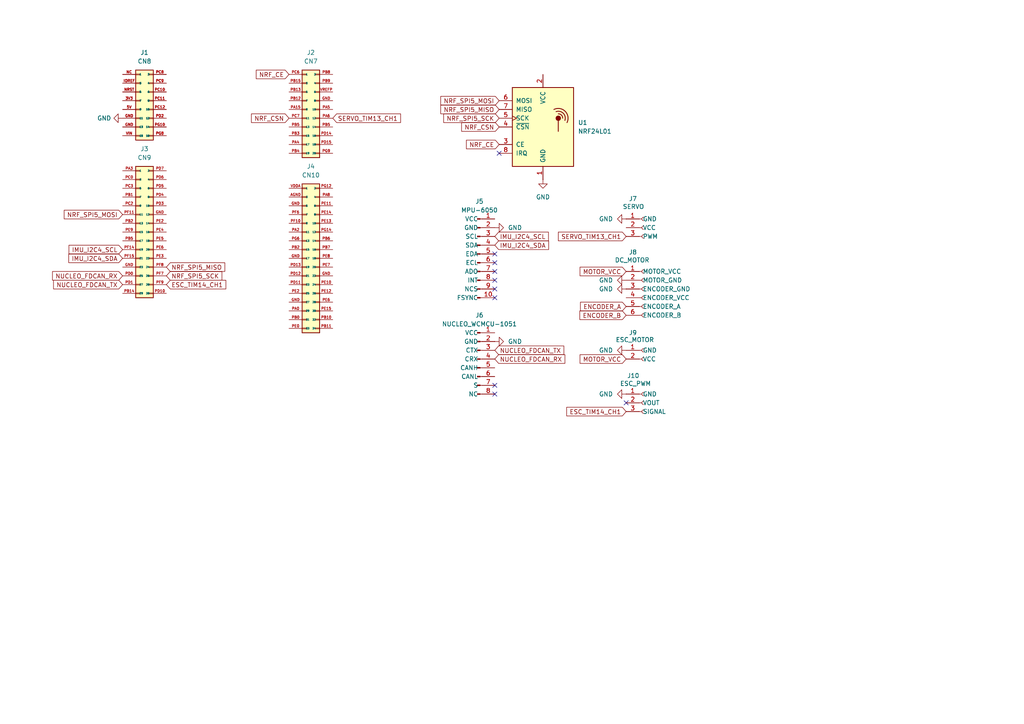
<source format=kicad_sch>
(kicad_sch (version 20231120) (generator "eeschema") (generator_version "8.0")
  (paper "A4")
  (lib_symbols
    (symbol "Conn_01x03_Socket_1" (pin_names (offset 1.016))
      (property "Reference" "J10" (at -4.826 7.874 0))
      (property "Value" "ESC_PWM" (at -6.858 5.588 0))
      (symbol "Conn_01x03_Socket_1_1_1"
        (arc (start 0 -2.032) (mid -0.5058 -2.54) (end 0 -3.048) (stroke (width 0.1524)))
        (polyline (pts (xy -1.27 -2.54) (xy -0.508 -2.54)) (stroke (width 0.1524)))
        (polyline (pts (xy -1.27 0) (xy -0.508 0)) (stroke (width 0.1524)))
        (polyline (pts (xy -1.27 2.54) (xy -0.508 2.54)) (stroke (width 0.1524)))
        (arc (start 0 0.508) (mid -0.5058 0) (end 0 -0.508) (stroke (width 0.1524)))
        (arc (start 0 3.048) (mid -0.5058 2.54) (end 0 2.032) (stroke (width 0.1524)))
        (pin passive line (at -5.08 2.54 0) (length 3.81) (name "GND") (number "1"))
        (pin passive line (at -5.08 0 0) (length 3.81) (name "VOUT") (number "2"))
        (pin passive line (at -5.08 -2.54 0) (length 3.81) (name "SIGNAL") (number "3"))
      )
    )
    (symbol "Connector:Conn_01x02_Socket" (pin_names (offset 1.016))
      (property "Reference" "J9" (at -4.318 5.08 0))
      (property "Value" "ESC_MOTOR" (at -8.128 3.048 0))
      (symbol "Conn_01x02_Socket_1_1"
        (arc (start 0 -2.032) (mid -0.5058 -2.54) (end 0 -3.048) (stroke (width 0.1524)))
        (polyline (pts (xy -1.27 -2.54) (xy -0.508 -2.54)) (stroke (width 0.1524)))
        (polyline (pts (xy -1.27 0) (xy -0.508 0)) (stroke (width 0.1524)))
        (arc (start 0 0.508) (mid -0.5058 0) (end 0 -0.508) (stroke (width 0.1524)))
        (pin passive line (at -5.08 0 0) (length 3.81) (name "GND") (number "1"))
        (pin passive line (at -5.08 -2.54 0) (length 3.81) (name "VCC") (number "2"))
      )
    )
    (symbol "Connector:Conn_01x03_Socket" (pin_names (offset 1.016))
      (property "Reference" "J7" (at -4.318 8.382 0))
      (property "Value" "SERVO" (at -6.096 6.096 0))
      (symbol "Conn_01x03_Socket_1_1"
        (arc (start 0 -2.032) (mid -0.5058 -2.54) (end 0 -3.048) (stroke (width 0.1524)))
        (polyline (pts (xy -1.27 -2.54) (xy -0.508 -2.54)) (stroke (width 0.1524)))
        (polyline (pts (xy -1.27 0) (xy -0.508 0)) (stroke (width 0.1524)))
        (polyline (pts (xy -1.27 2.54) (xy -0.508 2.54)) (stroke (width 0.1524)))
        (arc (start 0 0.508) (mid -0.5058 0) (end 0 -0.508) (stroke (width 0.1524)))
        (arc (start 0 3.048) (mid -0.5058 2.54) (end 0 2.032) (stroke (width 0.1524)))
        (pin passive line (at -5.08 2.54 0) (length 3.81) (name "GND") (number "1"))
        (pin passive line (at -5.08 0 0) (length 3.81) (name "VCC") (number "2"))
        (pin passive line (at -5.08 -2.54 0) (length 3.81) (name "PWM") (number "3"))
      )
    )
    (symbol "Connector:Conn_01x06_Socket" (pin_names (offset 1.016))
      (property "Reference" "J8" (at -4.318 10.668 0))
      (property "Value" "DC_MOTOR" (at -8.382 8.382 0))
      (symbol "Conn_01x06_Socket_1_1"
        (arc (start 0 -7.112) (mid -0.5058 -7.62) (end 0 -8.128) (stroke (width 0.1524)))
        (arc (start 0 -4.572) (mid -0.5058 -5.08) (end 0 -5.588) (stroke (width 0.1524)))
        (arc (start 0 -2.032) (mid -0.5058 -2.54) (end 0 -3.048) (stroke (width 0.1524)))
        (polyline (pts (xy -1.27 -7.62) (xy -0.508 -7.62)) (stroke (width 0.1524)))
        (polyline (pts (xy -1.27 -5.08) (xy -0.508 -5.08)) (stroke (width 0.1524)))
        (polyline (pts (xy -1.27 -2.54) (xy -0.508 -2.54)) (stroke (width 0.1524)))
        (polyline (pts (xy -1.27 0) (xy -0.508 0)) (stroke (width 0.1524)))
        (polyline (pts (xy -1.27 2.54) (xy -0.508 2.54)) (stroke (width 0.1524)))
        (polyline (pts (xy -1.27 5.08) (xy -0.508 5.08)) (stroke (width 0.1524)))
        (arc (start 0 0.508) (mid -0.5058 0) (end 0 -0.508) (stroke (width 0.1524)))
        (arc (start 0 3.048) (mid -0.5058 2.54) (end 0 2.032) (stroke (width 0.1524)))
        (arc (start 0 5.588) (mid -0.5058 5.08) (end 0 4.572) (stroke (width 0.1524)))
        (pin passive line (at -5.08 5.08 0) (length 3.81) (name "MOTOR_VCC") (number "1"))
        (pin passive line (at -5.08 2.54 0) (length 3.81) (name "MOTOR_GND") (number "2"))
        (pin passive line (at -5.08 0 0) (length 3.81) (name "ENCODER_GND") (number "3"))
        (pin passive line (at -5.08 -2.54 0) (length 3.81) (name "ENCODER_VCC") (number "4"))
        (pin passive line (at -5.08 -5.08 0) (length 3.81) (name "ENCODER_A") (number "5"))
        (pin passive line (at -5.08 -7.62 0) (length 3.81) (name "ENCODER_B") (number "6"))
      )
    )
    (symbol "Connector:Conn_01x08_Pin" (pin_names (offset 1.016))
      (property "Reference" "J6" (at 0.635 12.7 0))
      (property "Value" "NUCLEO_WCMCU-1051" (at 0.635 10.16 0))
      (symbol "Conn_01x08_Pin_1_1"
        (polyline (pts (xy 1.27 -10.16) (xy 0.8636 -10.16)) (stroke (width 0.1524)))
        (polyline (pts (xy 1.27 -7.62) (xy 0.8636 -7.62)) (stroke (width 0.1524)))
        (polyline (pts (xy 1.27 -5.08) (xy 0.8636 -5.08)) (stroke (width 0.1524)))
        (polyline (pts (xy 1.27 -2.54) (xy 0.8636 -2.54)) (stroke (width 0.1524)))
        (polyline (pts (xy 1.27 0) (xy 0.8636 0)) (stroke (width 0.1524)))
        (polyline (pts (xy 1.27 2.54) (xy 0.8636 2.54)) (stroke (width 0.1524)))
        (polyline (pts (xy 1.27 5.08) (xy 0.8636 5.08)) (stroke (width 0.1524)))
        (polyline (pts (xy 1.27 7.62) (xy 0.8636 7.62)) (stroke (width 0.1524)))
        (rectangle (start 0.8636 -10.033) (end 0 -10.287) (stroke (width 0.1524)) (fill (type outline)))
        (rectangle (start 0.8636 -7.493) (end 0 -7.747) (stroke (width 0.1524)) (fill (type outline)))
        (rectangle (start 0.8636 -4.953) (end 0 -5.207) (stroke (width 0.1524)) (fill (type outline)))
        (rectangle (start 0.8636 -2.413) (end 0 -2.667) (stroke (width 0.1524)) (fill (type outline)))
        (rectangle (start 0.8636 0.127) (end 0 -0.127) (stroke (width 0.1524)) (fill (type outline)))
        (rectangle (start 0.8636 2.667) (end 0 2.413) (stroke (width 0.1524)) (fill (type outline)))
        (rectangle (start 0.8636 5.207) (end 0 4.953) (stroke (width 0.1524)) (fill (type outline)))
        (rectangle (start 0.8636 7.747) (end 0 7.493) (stroke (width 0.1524)) (fill (type outline)))
        (pin passive line (at 5.08 7.62 180) (length 3.81) (name "VCC") (number "1"))
        (pin passive line (at 5.08 5.08 180) (length 3.81) (name "GND") (number "2"))
        (pin passive line (at 5.08 2.54 180) (length 3.81) (name "CTX") (number "3"))
        (pin passive line (at 5.08 0 180) (length 3.81) (name "CRX") (number "4"))
        (pin passive line (at 5.08 -2.54 180) (length 3.81) (name "CANH") (number "5"))
        (pin passive line (at 5.08 -5.08 180) (length 3.81) (name "CANL") (number "6"))
        (pin passive line (at 5.08 -7.62 180) (length 3.81) (name "S") (number "7"))
        (pin passive line (at 5.08 -10.16 180) (length 3.81) (name "NC") (number "8"))
      )
    )
    (symbol "Connector:Conn_01x10_Pin" (pin_names (offset 1.016))
      (property "Reference" "J5" (at 0.635 15.24 0))
      (property "Value" "MPU-6050" (at 0.635 12.7 0))
      (symbol "Conn_01x10_Pin_1_1"
        (polyline (pts (xy 1.27 -12.7) (xy 0.8636 -12.7)) (stroke (width 0.1524)))
        (polyline (pts (xy 1.27 -10.16) (xy 0.8636 -10.16)) (stroke (width 0.1524)))
        (polyline (pts (xy 1.27 -7.62) (xy 0.8636 -7.62)) (stroke (width 0.1524)))
        (polyline (pts (xy 1.27 -5.08) (xy 0.8636 -5.08)) (stroke (width 0.1524)))
        (polyline (pts (xy 1.27 -2.54) (xy 0.8636 -2.54)) (stroke (width 0.1524)))
        (polyline (pts (xy 1.27 0) (xy 0.8636 0)) (stroke (width 0.1524)))
        (polyline (pts (xy 1.27 2.54) (xy 0.8636 2.54)) (stroke (width 0.1524)))
        (polyline (pts (xy 1.27 5.08) (xy 0.8636 5.08)) (stroke (width 0.1524)))
        (polyline (pts (xy 1.27 7.62) (xy 0.8636 7.62)) (stroke (width 0.1524)))
        (polyline (pts (xy 1.27 10.16) (xy 0.8636 10.16)) (stroke (width 0.1524)))
        (rectangle (start 0.8636 -12.573) (end 0 -12.827) (stroke (width 0.1524)) (fill (type outline)))
        (rectangle (start 0.8636 -10.033) (end 0 -10.287) (stroke (width 0.1524)) (fill (type outline)))
        (rectangle (start 0.8636 -7.493) (end 0 -7.747) (stroke (width 0.1524)) (fill (type outline)))
        (rectangle (start 0.8636 -4.953) (end 0 -5.207) (stroke (width 0.1524)) (fill (type outline)))
        (rectangle (start 0.8636 -2.413) (end 0 -2.667) (stroke (width 0.1524)) (fill (type outline)))
        (rectangle (start 0.8636 0.127) (end 0 -0.127) (stroke (width 0.1524)) (fill (type outline)))
        (rectangle (start 0.8636 2.667) (end 0 2.413) (stroke (width 0.1524)) (fill (type outline)))
        (rectangle (start 0.8636 5.207) (end 0 4.953) (stroke (width 0.1524)) (fill (type outline)))
        (rectangle (start 0.8636 7.747) (end 0 7.493) (stroke (width 0.1524)) (fill (type outline)))
        (rectangle (start 0.8636 10.287) (end 0 10.033) (stroke (width 0.1524)) (fill (type outline)))
        (pin passive line (at 5.08 10.16 180) (length 3.81) (name "VCC") (number "1"))
        (pin passive line (at 5.08 -12.7 180) (length 3.81) (name "FSYNC") (number "10"))
        (pin passive line (at 5.08 7.62 180) (length 3.81) (name "GND") (number "2"))
        (pin passive line (at 5.08 5.08 180) (length 3.81) (name "SCL") (number "3"))
        (pin passive line (at 5.08 2.54 180) (length 3.81) (name "SDA") (number "4"))
        (pin passive line (at 5.08 0 180) (length 3.81) (name "EDA") (number "5"))
        (pin passive line (at 5.08 -2.54 180) (length 3.81) (name "ECL") (number "6"))
        (pin passive line (at 5.08 -5.08 180) (length 3.81) (name "ADO") (number "7"))
        (pin passive line (at 5.08 -7.62 180) (length 3.81) (name "INT") (number "8"))
        (pin passive line (at 5.08 -10.16 180) (length 3.81) (name "NCS") (number "9"))
      )
    )
    (symbol "Connector_Generic:Conn_02x08_Row_Letter_First" (pin_names (offset 1.016))
      (property "Reference" "J2" (at 1.27 13.97 0))
      (property "Value" "CN8" (at 1.27 11.43 0))
      (symbol "Conn_02x08_Row_Letter_First_1_1"
        (rectangle (start -1.27 -10.033) (end 0 -10.287) (stroke (width 0.1524)))
        (rectangle (start -1.27 -7.493) (end 0 -7.747) (stroke (width 0.1524)))
        (rectangle (start -1.27 -4.953) (end 0 -5.207) (stroke (width 0.1524)))
        (rectangle (start -1.27 -2.413) (end 0 -2.667) (stroke (width 0.1524)))
        (rectangle (start -1.27 0.127) (end 0 -0.127) (stroke (width 0.1524)))
        (rectangle (start -1.27 2.667) (end 0 2.413) (stroke (width 0.1524)))
        (rectangle (start -1.27 5.207) (end 0 4.953) (stroke (width 0.1524)))
        (rectangle (start -1.27 7.747) (end 0 7.493) (stroke (width 0.1524)))
        (rectangle (start -1.27 8.89) (end 3.81 -11.43) (stroke (width 0.254)) (fill (type background)))
        (rectangle (start 3.81 -10.033) (end 2.54 -10.287) (stroke (width 0.1524)))
        (rectangle (start 3.81 -7.493) (end 2.54 -7.747) (stroke (width 0.1524)))
        (rectangle (start 3.81 -4.953) (end 2.54 -5.207) (stroke (width 0.1524)))
        (rectangle (start 3.81 -2.413) (end 2.54 -2.667) (stroke (width 0.1524)))
        (rectangle (start 3.81 0.127) (end 2.54 -0.127) (stroke (width 0.1524)))
        (rectangle (start 3.81 2.667) (end 2.54 2.413) (stroke (width 0.1524)))
        (rectangle (start 3.81 5.207) (end 2.54 4.953) (stroke (width 0.1524)))
        (rectangle (start 3.81 7.747) (end 2.54 7.493) (stroke (width 0.1524)))
        (pin passive line (at -5.08 0 0) (length 3.81) (name "7") (number "3V3"))
        (pin passive line (at -5.08 -2.54 0) (length 3.81) (name "9") (number "5V"))
        (pin passive line (at -5.08 -5.08 0) (length 3.81) (name "11") (number "GND"))
        (pin passive line (at -5.08 -7.62 0) (length 3.81) (name "13") (number "GND"))
        (pin passive line (at -5.08 5.08 0) (length 3.81) (name "3") (number "IOREF"))
        (pin passive line (at -5.08 7.62 0) (length 3.81) (name "1") (number "NC"))
        (pin passive line (at -5.08 2.54 0) (length 3.81) (name "5") (number "NRST"))
        (pin passive line (at 7.62 2.54 180) (length 3.81) (name "6") (number "PC10"))
        (pin passive line (at 7.62 0 180) (length 3.81) (name "8") (number "PC11"))
        (pin passive line (at 7.62 -2.54 180) (length 3.81) (name "10") (number "PC12"))
        (pin passive line (at 7.62 7.62 180) (length 3.81) (name "2") (number "PC8"))
        (pin passive line (at 7.62 5.08 180) (length 3.81) (name "4") (number "PC9"))
        (pin passive line (at 7.62 -5.08 180) (length 3.81) (name "12") (number "PD2"))
        (pin passive line (at 7.62 -7.62 180) (length 3.81) (name "14") (number "PG10"))
        (pin passive line (at 7.62 -10.16 180) (length 3.81) (name "16") (number "PG8"))
        (pin passive line (at -5.08 -10.16 0) (length 3.81) (name "15") (number "VIN"))
      )
    )
    (symbol "Connector_Generic:Conn_02x10_Row_Letter_First" (pin_names (offset 1.016))
      (property "Reference" "J2" (at 1.27 16.51 0))
      (property "Value" "CN7" (at 1.27 13.97 0))
      (symbol "Conn_02x10_Row_Letter_First_1_1"
        (rectangle (start -1.27 -12.573) (end 0 -12.827) (stroke (width 0.1524)))
        (rectangle (start -1.27 -10.033) (end 0 -10.287) (stroke (width 0.1524)))
        (rectangle (start -1.27 -7.493) (end 0 -7.747) (stroke (width 0.1524)))
        (rectangle (start -1.27 -4.953) (end 0 -5.207) (stroke (width 0.1524)))
        (rectangle (start -1.27 -2.413) (end 0 -2.667) (stroke (width 0.1524)))
        (rectangle (start -1.27 0.127) (end 0 -0.127) (stroke (width 0.1524)))
        (rectangle (start -1.27 2.667) (end 0 2.413) (stroke (width 0.1524)))
        (rectangle (start -1.27 5.207) (end 0 4.953) (stroke (width 0.1524)))
        (rectangle (start -1.27 7.747) (end 0 7.493) (stroke (width 0.1524)))
        (rectangle (start -1.27 10.287) (end 0 10.033) (stroke (width 0.1524)))
        (rectangle (start -1.27 11.43) (end 3.81 -13.97) (stroke (width 0.254)) (fill (type background)))
        (rectangle (start 3.81 -12.573) (end 2.54 -12.827) (stroke (width 0.1524)))
        (rectangle (start 3.81 -10.033) (end 2.54 -10.287) (stroke (width 0.1524)))
        (rectangle (start 3.81 -7.493) (end 2.54 -7.747) (stroke (width 0.1524)))
        (rectangle (start 3.81 -4.953) (end 2.54 -5.207) (stroke (width 0.1524)))
        (rectangle (start 3.81 -2.413) (end 2.54 -2.667) (stroke (width 0.1524)))
        (rectangle (start 3.81 0.127) (end 2.54 -0.127) (stroke (width 0.1524)))
        (rectangle (start 3.81 2.667) (end 2.54 2.413) (stroke (width 0.1524)))
        (rectangle (start 3.81 5.207) (end 2.54 4.953) (stroke (width 0.1524)))
        (rectangle (start 3.81 7.747) (end 2.54 7.493) (stroke (width 0.1524)))
        (rectangle (start 3.81 10.287) (end 2.54 10.033) (stroke (width 0.1524)))
        (pin passive line (at 7.62 2.54 180) (length 3.81) (name "8") (number "GND"))
        (pin passive line (at -5.08 0 0) (length 3.81) (name "9") (number "PA15"))
        (pin passive line (at -5.08 -10.16 0) (length 3.81) (name "17") (number "PA4"))
        (pin passive line (at 7.62 0 180) (length 3.81) (name "10") (number "PA5"))
        (pin passive line (at 7.62 -2.54 180) (length 3.81) (name "12") (number "PA6"))
        (pin passive line (at -5.08 2.54 0) (length 3.81) (name "7") (number "PB12"))
        (pin passive line (at -5.08 5.08 0) (length 3.81) (name "5") (number "PB13"))
        (pin passive line (at -5.08 7.62 0) (length 3.81) (name "3") (number "PB15"))
        (pin passive line (at -5.08 -7.62 0) (length 3.81) (name "15") (number "PB3"))
        (pin passive line (at -5.08 -12.7 0) (length 3.81) (name "19") (number "PB4"))
        (pin passive line (at -5.08 -5.08 0) (length 3.81) (name "13") (number "PB5"))
        (pin passive line (at 7.62 -5.08 180) (length 3.81) (name "14") (number "PB5"))
        (pin passive line (at 7.62 10.16 180) (length 3.81) (name "2") (number "PB8"))
        (pin passive line (at 7.62 7.62 180) (length 3.81) (name "4") (number "PB9"))
        (pin passive line (at -5.08 10.16 0) (length 3.81) (name "1") (number "PC6"))
        (pin passive line (at -5.08 -2.54 0) (length 3.81) (name "11") (number "PC7"))
        (pin passive line (at 7.62 -7.62 180) (length 3.81) (name "16") (number "PD14"))
        (pin passive line (at 7.62 -10.16 180) (length 3.81) (name "18") (number "PD15"))
        (pin passive line (at 7.62 -12.7 180) (length 3.81) (name "20") (number "PG9"))
        (pin passive line (at 7.62 5.08 180) (length 3.81) (name "6") (number "VREFP"))
      )
    )
    (symbol "Connector_Generic:Conn_02x15_Row_Letter_First" (pin_names (offset 1.016))
      (property "Reference" "J3" (at 1.27 24.13 0))
      (property "Value" "CN9" (at 1.27 21.59 0))
      (symbol "Conn_02x15_Row_Letter_First_1_1"
        (rectangle (start -1.27 -17.653) (end 0 -17.907) (stroke (width 0.1524)))
        (rectangle (start -1.27 -15.113) (end 0 -15.367) (stroke (width 0.1524)))
        (rectangle (start -1.27 -12.573) (end 0 -12.827) (stroke (width 0.1524)))
        (rectangle (start -1.27 -10.033) (end 0 -10.287) (stroke (width 0.1524)))
        (rectangle (start -1.27 -7.493) (end 0 -7.747) (stroke (width 0.1524)))
        (rectangle (start -1.27 -4.953) (end 0 -5.207) (stroke (width 0.1524)))
        (rectangle (start -1.27 -2.413) (end 0 -2.667) (stroke (width 0.1524)))
        (rectangle (start -1.27 0.127) (end 0 -0.127) (stroke (width 0.1524)))
        (rectangle (start -1.27 2.667) (end 0 2.413) (stroke (width 0.1524)))
        (rectangle (start -1.27 5.207) (end 0 4.953) (stroke (width 0.1524)))
        (rectangle (start -1.27 7.747) (end 0 7.493) (stroke (width 0.1524)))
        (rectangle (start -1.27 10.287) (end 0 10.033) (stroke (width 0.1524)))
        (rectangle (start -1.27 12.827) (end 0 12.573) (stroke (width 0.1524)))
        (rectangle (start -1.27 15.367) (end 0 15.113) (stroke (width 0.1524)))
        (rectangle (start -1.27 17.907) (end 0 17.653) (stroke (width 0.1524)))
        (rectangle (start -1.27 19.05) (end 3.81 -19.05) (stroke (width 0.254)) (fill (type background)))
        (rectangle (start 3.81 -17.653) (end 2.54 -17.907) (stroke (width 0.1524)))
        (rectangle (start 3.81 -15.113) (end 2.54 -15.367) (stroke (width 0.1524)))
        (rectangle (start 3.81 -12.573) (end 2.54 -12.827) (stroke (width 0.1524)))
        (rectangle (start 3.81 -10.033) (end 2.54 -10.287) (stroke (width 0.1524)))
        (rectangle (start 3.81 -7.493) (end 2.54 -7.747) (stroke (width 0.1524)))
        (rectangle (start 3.81 -4.953) (end 2.54 -5.207) (stroke (width 0.1524)))
        (rectangle (start 3.81 -2.413) (end 2.54 -2.667) (stroke (width 0.1524)))
        (rectangle (start 3.81 0.127) (end 2.54 -0.127) (stroke (width 0.1524)))
        (rectangle (start 3.81 2.667) (end 2.54 2.413) (stroke (width 0.1524)))
        (rectangle (start 3.81 5.207) (end 2.54 4.953) (stroke (width 0.1524)))
        (rectangle (start 3.81 7.747) (end 2.54 7.493) (stroke (width 0.1524)))
        (rectangle (start 3.81 10.287) (end 2.54 10.033) (stroke (width 0.1524)))
        (rectangle (start 3.81 12.827) (end 2.54 12.573) (stroke (width 0.1524)))
        (rectangle (start 3.81 15.367) (end 2.54 15.113) (stroke (width 0.1524)))
        (rectangle (start 3.81 17.907) (end 2.54 17.653) (stroke (width 0.1524)))
        (pin passive line (at 7.62 5.08 180) (length 3.81) (name "12") (number "GND"))
        (pin passive line (at -5.08 -10.16 0) (length 3.81) (name "23") (number "GND"))
        (pin passive line (at -5.08 17.78 0) (length 3.81) (name "1") (number "PA3"))
        (pin passive line (at -5.08 10.16 0) (length 3.81) (name "7") (number "PB1"))
        (pin passive line (at -5.08 -17.78 0) (length 3.81) (name "29") (number "PB14"))
        (pin passive line (at -5.08 2.54 0) (length 3.81) (name "13") (number "PB2"))
        (pin passive line (at -5.08 -2.54 0) (length 3.81) (name "17") (number "PB5"))
        (pin passive line (at -5.08 15.24 0) (length 3.81) (name "3") (number "PC0"))
        (pin passive line (at -5.08 7.62 0) (length 3.81) (name "9") (number "PC2"))
        (pin passive line (at -5.08 12.7 0) (length 3.81) (name "5") (number "PC3"))
        (pin passive line (at -5.08 -12.7 0) (length 3.81) (name "25") (number "PD0"))
        (pin passive line (at -5.08 -15.24 0) (length 3.81) (name "27") (number "PD1"))
        (pin passive line (at 7.62 -17.78 180) (length 3.81) (name "30") (number "PD10"))
        (pin passive line (at 7.62 7.62 180) (length 3.81) (name "10") (number "PD3"))
        (pin passive line (at 7.62 10.16 180) (length 3.81) (name "8") (number "PD4"))
        (pin passive line (at 7.62 12.7 180) (length 3.81) (name "6") (number "PD5"))
        (pin passive line (at 7.62 15.24 180) (length 3.81) (name "4") (number "PD6"))
        (pin passive line (at 7.62 17.78 180) (length 3.81) (name "2") (number "PD7"))
        (pin passive line (at 7.62 2.54 180) (length 3.81) (name "14") (number "PE2"))
        (pin passive line (at 7.62 -7.62 180) (length 3.81) (name "22") (number "PE3"))
        (pin passive line (at 7.62 0 180) (length 3.81) (name "16") (number "PE4"))
        (pin passive line (at 7.62 -2.54 180) (length 3.81) (name "18") (number "PE5"))
        (pin passive line (at 7.62 -5.08 180) (length 3.81) (name "20") (number "PE6"))
        (pin passive line (at -5.08 0 0) (length 3.81) (name "15") (number "PE9"))
        (pin passive line (at -5.08 5.08 0) (length 3.81) (name "11") (number "PF11"))
        (pin passive line (at -5.08 -5.08 0) (length 3.81) (name "19") (number "PF14"))
        (pin passive line (at -5.08 -7.62 0) (length 3.81) (name "21") (number "PF15"))
        (pin passive line (at 7.62 -12.7 180) (length 3.81) (name "26") (number "PF7"))
        (pin passive line (at 7.62 -10.16 180) (length 3.81) (name "24") (number "PF8"))
        (pin passive line (at 7.62 -15.24 180) (length 3.81) (name "28") (number "PF9"))
      )
    )
    (symbol "Connector_Generic:Conn_02x17_Row_Letter_First" (pin_names (offset 1.016))
      (property "Reference" "J4" (at 1.27 26.67 0))
      (property "Value" "CN10" (at 1.27 24.13 0))
      (symbol "Conn_02x17_Row_Letter_First_1_1"
        (rectangle (start -1.27 -20.193) (end 0 -20.447) (stroke (width 0.1524)))
        (rectangle (start -1.27 -17.653) (end 0 -17.907) (stroke (width 0.1524)))
        (rectangle (start -1.27 -15.113) (end 0 -15.367) (stroke (width 0.1524)))
        (rectangle (start -1.27 -12.573) (end 0 -12.827) (stroke (width 0.1524)))
        (rectangle (start -1.27 -10.033) (end 0 -10.287) (stroke (width 0.1524)))
        (rectangle (start -1.27 -7.493) (end 0 -7.747) (stroke (width 0.1524)))
        (rectangle (start -1.27 -4.953) (end 0 -5.207) (stroke (width 0.1524)))
        (rectangle (start -1.27 -2.413) (end 0 -2.667) (stroke (width 0.1524)))
        (rectangle (start -1.27 0.127) (end 0 -0.127) (stroke (width 0.1524)))
        (rectangle (start -1.27 2.667) (end 0 2.413) (stroke (width 0.1524)))
        (rectangle (start -1.27 5.207) (end 0 4.953) (stroke (width 0.1524)))
        (rectangle (start -1.27 7.747) (end 0 7.493) (stroke (width 0.1524)))
        (rectangle (start -1.27 10.287) (end 0 10.033) (stroke (width 0.1524)))
        (rectangle (start -1.27 12.827) (end 0 12.573) (stroke (width 0.1524)))
        (rectangle (start -1.27 15.367) (end 0 15.113) (stroke (width 0.1524)))
        (rectangle (start -1.27 17.907) (end 0 17.653) (stroke (width 0.1524)))
        (rectangle (start -1.27 20.447) (end 0 20.193) (stroke (width 0.1524)))
        (rectangle (start -1.27 21.59) (end 3.81 -21.59) (stroke (width 0.254)) (fill (type background)))
        (rectangle (start 3.81 -20.193) (end 2.54 -20.447) (stroke (width 0.1524)))
        (rectangle (start 3.81 -17.653) (end 2.54 -17.907) (stroke (width 0.1524)))
        (rectangle (start 3.81 -15.113) (end 2.54 -15.367) (stroke (width 0.1524)))
        (rectangle (start 3.81 -12.573) (end 2.54 -12.827) (stroke (width 0.1524)))
        (rectangle (start 3.81 -10.033) (end 2.54 -10.287) (stroke (width 0.1524)))
        (rectangle (start 3.81 -7.493) (end 2.54 -7.747) (stroke (width 0.1524)))
        (rectangle (start 3.81 -4.953) (end 2.54 -5.207) (stroke (width 0.1524)))
        (rectangle (start 3.81 -2.413) (end 2.54 -2.667) (stroke (width 0.1524)))
        (rectangle (start 3.81 0.127) (end 2.54 -0.127) (stroke (width 0.1524)))
        (rectangle (start 3.81 2.667) (end 2.54 2.413) (stroke (width 0.1524)))
        (rectangle (start 3.81 5.207) (end 2.54 4.953) (stroke (width 0.1524)))
        (rectangle (start 3.81 7.747) (end 2.54 7.493) (stroke (width 0.1524)))
        (rectangle (start 3.81 10.287) (end 2.54 10.033) (stroke (width 0.1524)))
        (rectangle (start 3.81 12.827) (end 2.54 12.573) (stroke (width 0.1524)))
        (rectangle (start 3.81 15.367) (end 2.54 15.113) (stroke (width 0.1524)))
        (rectangle (start 3.81 17.907) (end 2.54 17.653) (stroke (width 0.1524)))
        (rectangle (start 3.81 20.447) (end 2.54 20.193) (stroke (width 0.1524)))
        (pin passive line (at -5.08 17.78 0) (length 3.81) (name "3") (number "AGND"))
        (pin passive line (at -5.08 0 0) (length 3.81) (name "17") (number "GND"))
        (pin passive line (at 7.62 -5.08 180) (length 3.81) (name "22") (number "GND"))
        (pin passive line (at -5.08 -12.7 0) (length 3.81) (name "27") (number "GND"))
        (pin passive line (at -5.08 15.24 0) (length 3.81) (name "5") (number "GND"))
        (pin passive line (at -5.08 -15.24 0) (length 3.81) (name "29") (number "PA0"))
        (pin passive line (at -5.08 7.62 0) (length 3.81) (name "11") (number "PA2"))
        (pin passive line (at 7.62 17.78 180) (length 3.81) (name "4") (number "PA8"))
        (pin passive line (at -5.08 -17.78 0) (length 3.81) (name "31") (number "PB0"))
        (pin passive line (at 7.62 -17.78 180) (length 3.81) (name "32") (number "PB10"))
        (pin passive line (at 7.62 -20.32 180) (length 3.81) (name "34") (number "PB11"))
        (pin passive line (at -5.08 2.54 0) (length 3.81) (name "15") (number "PB2"))
        (pin passive line (at 7.62 5.08 180) (length 3.81) (name "14") (number "PB6"))
        (pin passive line (at 7.62 2.54 180) (length 3.81) (name "16") (number "PB7"))
        (pin passive line (at -5.08 -7.62 0) (length 3.81) (name "23") (number "PD11"))
        (pin passive line (at -5.08 -5.08 0) (length 3.81) (name "21") (number "PD12"))
        (pin passive line (at -5.08 -2.54 0) (length 3.81) (name "19") (number "PD13"))
        (pin passive line (at -5.08 -20.32 0) (length 3.81) (name "33") (number "PE0"))
        (pin passive line (at 7.62 -7.62 180) (length 3.81) (name "24") (number "PE10"))
        (pin passive line (at 7.62 15.24 180) (length 3.81) (name "6") (number "PE11"))
        (pin passive line (at 7.62 -10.16 180) (length 3.81) (name "26") (number "PE12"))
        (pin passive line (at 7.62 10.16 180) (length 3.81) (name "10") (number "PE13"))
        (pin passive line (at 7.62 12.7 180) (length 3.81) (name "8") (number "PE14"))
        (pin passive line (at 7.62 -15.24 180) (length 3.81) (name "30") (number "PE15"))
        (pin passive line (at -5.08 -10.16 0) (length 3.81) (name "25") (number "PE2"))
        (pin passive line (at 7.62 -12.7 180) (length 3.81) (name "28") (number "PE6"))
        (pin passive line (at 7.62 -2.54 180) (length 3.81) (name "20") (number "PE7"))
        (pin passive line (at 7.62 0 180) (length 3.81) (name "18") (number "PE8"))
        (pin passive line (at -5.08 10.16 0) (length 3.81) (name "9") (number "PF10"))
        (pin passive line (at -5.08 12.7 0) (length 3.81) (name "7") (number "PF6"))
        (pin passive line (at 7.62 20.32 180) (length 3.81) (name "2") (number "PG12"))
        (pin passive line (at 7.62 7.62 180) (length 3.81) (name "12") (number "PG14"))
        (pin passive line (at -5.08 5.08 0) (length 3.81) (name "13") (number "PG6"))
        (pin passive line (at -5.08 20.32 0) (length 3.81) (name "1") (number "VDDA"))
      )
    )
    (symbol "RF:NRF24L01_Breakout" (pin_names (offset 1.016))
      (property "Reference" "U" (at -8.89 12.7 0))
      (property "Value" "NRF24L01_Breakout" (at 3.81 12.7 0))
      (symbol "NRF24L01_Breakout_0_1"
        (rectangle (start -8.89 11.43) (end 8.89 -11.43) (stroke (width 0.254)) (fill (type background)))
        (polyline (pts (xy 4.445 1.905) (xy 4.445 -1.27)) (stroke (width 0.254)))
        (circle (center 4.445 2.54) (radius 0.635) (stroke (width 0.254)) (fill (type outline)))
        (arc (start 5.715 2.54) (mid 5.3521 3.4546) (end 4.445 3.81) (stroke (width 0.254)))
        (arc (start 6.35 1.905) (mid 5.8763 3.9854) (end 3.81 4.445) (stroke (width 0.254)))
        (arc (start 6.985 1.27) (mid 6.453 4.548) (end 3.175 5.08) (stroke (width 0.254)))
      )
      (symbol "NRF24L01_Breakout_1_1"
        (pin power_in line (at 0 -15.24 90) (length 3.81) (name "GND") (number "1"))
        (pin power_in line (at 0 15.24 270) (length 3.81) (name "VCC") (number "2"))
        (pin input line (at -12.7 -5.08 0) (length 3.81) (name "CE") (number "3"))
        (pin input line (at -12.7 0 0) (length 3.81) (name "~{CSN}") (number "4"))
        (pin input clock (at -12.7 2.54 0) (length 3.81) (name "SCK") (number "5"))
        (pin input line (at -12.7 7.62 0) (length 3.81) (name "MOSI") (number "6"))
        (pin output line (at -12.7 5.08 0) (length 3.81) (name "MISO") (number "7"))
        (pin output line (at -12.7 -7.62 0) (length 3.81) (name "IRQ") (number "8"))
      )
    )
    (symbol "power:GND" (power) (pin_numbers hide) (pin_names (offset 0) hide)
      (property "Value" "GND" (at 0 -3.81 0))
      (symbol "GND_0_1"
        (polyline (pts (xy 0 0) (xy 0 -1.27) (xy 1.27 -1.27) (xy 0 -2.54) (xy -1.27 -1.27) (xy 0 -1.27)))
      )
      (symbol "GND_1_1"
        (pin power_in line (at 0 0 270) (length 0) (name "~") (number "1"))
      )
    )
  )
  (no_connect (at 143.51 114.3))
  (no_connect (at 143.51 73.66))
  (no_connect (at 143.51 76.2))
  (no_connect (at 181.61 116.84))
  (no_connect (at 143.51 78.74))
  (no_connect (at 143.51 81.28))
  (no_connect (at 144.78 44.45))
  (no_connect (at 143.51 83.82))
  (no_connect (at 143.51 86.36))
  (no_connect (at 143.51 111.76))
  (global_label "IMU_I2C4_SCL" (shape input) (at 143.51 68.58 0) (property "Intersheetrefs" "${INTERSHEET_REFS}" (effects (hide yes))))
  (global_label "NRF_CSN" (shape input) (at 83.82 34.29 180) (property "Intersheetrefs" "${INTERSHEET_REFS}" (effects (hide yes))))
  (global_label "MOTOR_VCC" (shape input) (at 181.61 104.14 180) (property "Intersheetrefs" "${INTERSHEET_REFS}" (effects (hide yes))))
  (global_label "ENCODER_A" (shape input) (at 181.61 88.9 180) (property "Intersheetrefs" "${INTERSHEET_REFS}" (effects (hide yes))))
  (global_label "NRF_SPI5_SCK" (shape input) (at 48.26 80.01 0) (property "Intersheetrefs" "${INTERSHEET_REFS}" (effects (hide yes))))
  (global_label "SERVO_TIM13_CH1" (shape input) (at 96.52 34.29 0) (property "Intersheetrefs" "${INTERSHEET_REFS}" (effects (hide yes))))
  (global_label "NUCLEO_FDCAN_TX" (shape input) (at 35.56 82.55 180) (property "Intersheetrefs" "${INTERSHEET_REFS}" (effects (hide yes))))
  (global_label "ESC_TIM14_CH1" (shape input) (at 48.26 82.55 0) (property "Intersheetrefs" "${INTERSHEET_REFS}" (effects (hide yes))))
  (global_label "NRF_CSN" (shape input) (at 144.78 36.83 180) (property "Intersheetrefs" "${INTERSHEET_REFS}" (effects (hide yes))))
  (global_label "SERVO_TIM13_CH1" (shape input) (at 181.61 68.58 180) (property "Intersheetrefs" "${INTERSHEET_REFS}" (effects (hide yes))))
  (global_label "NUCLEO_FDCAN_TX" (shape input) (at 143.51 101.6 0) (property "Intersheetrefs" "${INTERSHEET_REFS}" (effects (hide yes))))
  (global_label "NRF_SPI5_MOSI" (shape input) (at 144.78 29.21 180) (property "Intersheetrefs" "${INTERSHEET_REFS}" (effects (hide yes))))
  (global_label "NRF_CE" (shape input) (at 144.78 41.91 180) (property "Intersheetrefs" "${INTERSHEET_REFS}" (effects (hide yes))))
  (global_label "NRF_SPI5_SCK" (shape input) (at 144.78 34.29 180) (property "Intersheetrefs" "${INTERSHEET_REFS}" (effects (hide yes))))
  (global_label "NUCLEO_FDCAN_RX" (shape input) (at 143.51 104.14 0) (property "Intersheetrefs" "${INTERSHEET_REFS}" (effects (hide yes))))
  (global_label "ENCODER_B" (shape input) (at 181.61 91.44 180) (property "Intersheetrefs" "${INTERSHEET_REFS}" (effects (hide yes))))
  (global_label "ESC_TIM14_CH1" (shape input) (at 181.61 119.38 180) (property "Intersheetrefs" "${INTERSHEET_REFS}" (effects (hide yes))))
  (global_label "NUCLEO_FDCAN_RX" (shape input) (at 35.56 80.01 180) (property "Intersheetrefs" "${INTERSHEET_REFS}" (effects (hide yes))))
  (global_label "NRF_CE" (shape input) (at 83.82 21.59 180) (property "Intersheetrefs" "${INTERSHEET_REFS}" (effects (hide yes))))
  (global_label "NRF_SPI5_MISO" (shape input) (at 48.26 77.47 0) (property "Intersheetrefs" "${INTERSHEET_REFS}" (effects (hide yes))))
  (global_label "MOTOR_VCC" (shape input) (at 181.61 78.74 180) (property "Intersheetrefs" "${INTERSHEET_REFS}" (effects (hide yes))))
  (global_label "IMU_I2C4_SDA" (shape input) (at 143.51 71.12 0) (property "Intersheetrefs" "${INTERSHEET_REFS}" (effects (hide yes))))
  (global_label "IMU_I2C4_SCL" (shape input) (at 35.56 72.39 180) (property "Intersheetrefs" "${INTERSHEET_REFS}" (effects (hide yes))))
  (global_label "NRF_SPI5_MOSI" (shape input) (at 35.56 62.23 180) (property "Intersheetrefs" "${INTERSHEET_REFS}" (effects (hide yes))))
  (global_label "NRF_SPI5_MISO" (shape input) (at 144.78 31.75 180) (property "Intersheetrefs" "${INTERSHEET_REFS}" (effects (hide yes))))
  (global_label "IMU_I2C4_SDA" (shape input) (at 35.56 74.93 180) (property "Intersheetrefs" "${INTERSHEET_REFS}" (effects (hide yes))))
  (symbol (lib_id "power:GND") (at 181.61 83.82 270) (unit 1)
    (property "Reference" "#PWR06" (effects (hide yes)))
    (property "Value" "GND" (at 177.8 83.8199 90) (effects (justify right)))
    (property "Description" "Power symbol creates a global label with name \"GND\" , ground" (effects (hide yes)))
  )
  (symbol (lib_id "Connector:Conn_01x10_Pin") (at 138.43 73.66 0) (unit 1)
    (property "Reference" "J5" (at 139.065 58.42 0))
    (property "Value" "MPU-6050" (at 139.065 60.96 0))
    (property "Footprint" "Connector_PinSocket_2.54mm:PinSocket_1x10_P2.54mm_Vertical" (effects (hide yes)))
    (property "Description" "Generic connector, single row, 01x10, script generated" (effects (hide yes)))
  )
  (symbol (lib_id "power:GND") (at 181.61 63.5 270) (unit 1)
    (property "Reference" "#PWR04" (effects (hide yes)))
    (property "Value" "GND" (at 177.8 63.4999 90) (effects (justify right)))
    (property "Description" "Power symbol creates a global label with name \"GND\" , ground" (effects (hide yes)))
  )
  (symbol (lib_id "Connector_Generic:Conn_02x08_Row_Letter_First") (at 40.64 29.21 0) (unit 1)
    (property "Reference" "J1" (at 41.91 15.24 0))
    (property "Value" "CN8" (at 41.91 17.78 0))
    (property "Footprint" "Connector_PinHeader_2.54mm:PinHeader_2x08_P2.54mm_Vertical" (effects (hide yes)))
    (property "Description" "Generic connector, double row, 02x08, row letter first pin numbering scheme (pin number consists of a letter for the row and a number for the pin index in this row. a1, ..., aN; b1, ..., bN), script generated (kicad-library-utils/schlib/autogen/connector/)" (effects (hide yes)))
  )
  (symbol (lib_id "power:GND") (at 35.56 34.29 270) (unit 1)
    (property "Reference" "#PWR09" (effects (hide yes)))
    (property "Value" "GND" (at 32.258 34.29 90) (effects (justify right)))
    (property "Description" "Power symbol creates a global label with name \"GND\" , ground" (effects (hide yes)))
  )
  (symbol (lib_id "Connector_Generic:Conn_02x15_Row_Letter_First") (at 40.64 67.31 0) (unit 1)
    (property "Reference" "J3" (at 41.91 43.18 0))
    (property "Value" "CN9" (at 41.91 45.72 0))
    (property "Footprint" "Connector_PinHeader_2.54mm:PinHeader_2x15_P2.54mm_Vertical" (effects (hide yes)))
    (property "Description" "Generic connector, double row, 02x15, row letter first pin numbering scheme (pin number consists of a letter for the row and a number for the pin index in this row. a1, ..., aN; b1, ..., bN), script generated (kicad-library-utils/schlib/autogen/connector/)" (effects (hide yes)))
  )
  (symbol (lib_id "Connector:Conn_01x08_Pin") (at 138.43 104.14 0) (unit 1)
    (property "Reference" "J6" (at 139.065 91.44 0))
    (property "Value" "NUCLEO_WCMCU-1051" (at 139.065 93.98 0))
    (property "Footprint" "Connector_PinSocket_2.54mm:PinSocket_1x08_P2.54mm_Vertical" (effects (hide yes)))
    (property "Description" "Generic connector, single row, 01x08, script generated" (effects (hide yes)))
  )
  (symbol (lib_id "Connector:Conn_01x02_Socket") (at 186.69 101.6 0) (unit 1)
    (property "Reference" "J9" (at 182.372 96.52 0) (effects (justify left)))
    (property "Value" "ESC_MOTOR" (at 178.562 98.552 0) (effects (justify left)))
    (property "Footprint" "Connector_PinHeader_2.54mm:PinHeader_1x02_P2.54mm_Vertical" (effects (hide yes)))
    (property "Description" "Generic connector, single row, 01x02, script generated" (effects (hide yes)))
  )
  (symbol (lib_name "Conn_01x03_Socket_1") (lib_id "Connector:Conn_01x03_Socket") (at 186.69 116.84 0) (unit 1)
    (property "Reference" "J10" (at 181.864 108.966 0) (effects (justify left)))
    (property "Value" "ESC_PWM" (at 179.832 111.252 0) (effects (justify left)))
    (property "Footprint" "Connector_PinHeader_2.54mm:PinHeader_1x03_P2.54mm_Vertical" (effects (hide yes)))
    (property "Description" "Generic connector, single row, 01x03, script generated" (effects (hide yes)))
  )
  (symbol (lib_id "power:GND") (at 181.61 81.28 270) (unit 1)
    (property "Reference" "#PWR07" (effects (hide yes)))
    (property "Value" "GND" (at 177.8 81.2799 90) (effects (justify right)))
    (property "Description" "Power symbol creates a global label with name \"GND\" , ground" (effects (hide yes)))
  )
  (symbol (lib_id "power:GND") (at 181.61 114.3 270) (unit 1)
    (property "Reference" "#PWR05" (effects (hide yes)))
    (property "Value" "GND" (at 177.8 114.2999 90) (effects (justify right)))
    (property "Description" "Power symbol creates a global label with name \"GND\" , ground" (effects (hide yes)))
  )
  (symbol (lib_id "power:GND") (at 143.51 99.06 90) (unit 1)
    (property "Reference" "#PWR08" (effects (hide yes)))
    (property "Value" "GND" (at 147.32 99.0599 90) (effects (justify right)))
    (property "Description" "Power symbol creates a global label with name \"GND\" , ground" (effects (hide yes)))
  )
  (symbol (lib_id "Connector:Conn_01x03_Socket") (at 186.69 66.04 0) (unit 1)
    (property "Reference" "J7" (at 182.372 57.658 0) (effects (justify left)))
    (property "Value" "SERVO" (at 180.594 59.944 0) (effects (justify left)))
    (property "Footprint" "Connector_PinHeader_2.54mm:PinHeader_1x03_P2.54mm_Vertical" (effects (hide yes)))
    (property "Description" "Generic connector, single row, 01x03, script generated" (effects (hide yes)))
  )
  (symbol (lib_id "Connector_Generic:Conn_02x17_Row_Letter_First") (at 88.9 74.93 0) (unit 1)
    (property "Reference" "J4" (at 90.17 48.26 0))
    (property "Value" "CN10" (at 90.17 50.8 0))
    (property "Footprint" "Connector_PinHeader_2.54mm:PinHeader_2x17_P2.54mm_Vertical" (effects (hide yes)))
    (property "Description" "Generic connector, double row, 02x17, row letter first pin numbering scheme (pin number consists of a letter for the row and a number for the pin index in this row. a1, ..., aN; b1, ..., bN), script generated (kicad-library-utils/schlib/autogen/connector/)" (effects (hide yes)))
  )
  (symbol (lib_id "power:GND") (at 181.61 101.6 270) (unit 1)
    (property "Reference" "#PWR03" (effects (hide yes)))
    (property "Value" "GND" (at 177.8 101.5999 90) (effects (justify right)))
    (property "Description" "Power symbol creates a global label with name \"GND\" , ground" (effects (hide yes)))
  )
  (symbol (lib_id "Connector:Conn_01x06_Socket") (at 186.69 83.82 0) (unit 1)
    (property "Reference" "J8" (at 182.372 73.152 0) (effects (justify left)))
    (property "Value" "DC_MOTOR" (at 178.308 75.438 0) (effects (justify left)))
    (property "Footprint" "Connector_PinHeader_2.54mm:PinHeader_1x06_P2.54mm_Vertical" (effects (hide yes)))
    (property "Description" "Generic connector, single row, 01x06, script generated" (effects (hide yes)))
  )
  (symbol (lib_id "Connector_Generic:Conn_02x10_Row_Letter_First") (at 88.9 31.75 0) (unit 1)
    (property "Reference" "J2" (at 90.17 15.24 0))
    (property "Value" "CN7" (at 90.17 17.78 0))
    (property "Footprint" "Connector_PinHeader_2.54mm:PinHeader_2x10_P2.54mm_Vertical" (effects (hide yes)))
    (property "Description" "Generic connector, double row, 02x10, row letter first pin numbering scheme (pin number consists of a letter for the row and a number for the pin index in this row. a1, ..., aN; b1, ..., bN), script generated (kicad-library-utils/schlib/autogen/connector/)" (effects (hide yes)))
  )
  (symbol (lib_id "power:GND") (at 143.51 66.04 90) (unit 1)
    (property "Reference" "#PWR02" (effects (hide yes)))
    (property "Value" "GND" (at 147.32 66.0399 90) (effects (justify right)))
    (property "Description" "Power symbol creates a global label with name \"GND\" , ground" (effects (hide yes)))
  )
  (symbol (lib_id "power:GND") (at 157.48 52.07 0) (unit 1)
    (property "Reference" "#PWR01" (effects (hide yes)))
    (property "Value" "GND" (at 157.48 57.15 0))
    (property "Description" "Power symbol creates a global label with name \"GND\" , ground" (effects (hide yes)))
  )
  (symbol (lib_id "RF:NRF24L01_Breakout") (at 157.48 36.83 0) (unit 1)
    (property "Reference" "U1" (at 167.64 35.5599 0) (effects (justify left)))
    (property "Value" "NRF24L01" (at 167.64 38.0999 0) (effects (justify left)))
    (property "Footprint" "RF_Module:nRF24L01_Breakout" (effects (hide yes)))
    (property "Datasheet" "http://www.nordicsemi.com/eng/content/download/2730/34105/file/nRF24L01_Product_Specification_v2_0.pdf" (effects (hide yes)))
    (property "Description" "Ultra low power 2.4GHz RF Transceiver, Carrier PCB" (effects (hide yes)))
  )
)
</source>
